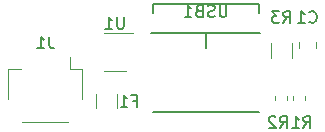
<source format=gbo>
G04 #@! TF.GenerationSoftware,KiCad,Pcbnew,(5.1.10)-1*
G04 #@! TF.CreationDate,2021-08-18T11:57:54+08:00*
G04 #@! TF.ProjectId,dboard,64626f61-7264-42e6-9b69-6361645f7063,rev?*
G04 #@! TF.SameCoordinates,Original*
G04 #@! TF.FileFunction,Legend,Bot*
G04 #@! TF.FilePolarity,Positive*
%FSLAX46Y46*%
G04 Gerber Fmt 4.6, Leading zero omitted, Abs format (unit mm)*
G04 Created by KiCad (PCBNEW (5.1.10)-1) date 2021-08-18 11:57:54*
%MOMM*%
%LPD*%
G01*
G04 APERTURE LIST*
%ADD10C,0.150000*%
%ADD11C,0.120000*%
G04 APERTURE END LIST*
D10*
X-4625000Y-2540000D02*
X4625000Y-2540000D01*
X-4475000Y-9200000D02*
X4475000Y-9200000D01*
X4480000Y-790000D02*
X4475000Y-30000D01*
X-4475000Y-30000D02*
X4475000Y-30000D01*
X-4475000Y-30000D02*
X-4480000Y-790000D01*
X0Y-2540000D02*
X0Y-3810000D01*
D11*
X-10490000Y-8065000D02*
X-10490000Y-5565000D01*
X-10490000Y-5565000D02*
X-11540000Y-5565000D01*
X-11540000Y-5565000D02*
X-11540000Y-4575000D01*
X-16710000Y-8065000D02*
X-16710000Y-5565000D01*
X-16710000Y-5565000D02*
X-15660000Y-5565000D01*
X-11660000Y-10035000D02*
X-15540000Y-10035000D01*
X-6800000Y-5710000D02*
X-8600000Y-5710000D01*
X-8600000Y-2490000D02*
X-6150000Y-2490000D01*
X7297500Y-3397936D02*
X7297500Y-4602064D01*
X5477500Y-3397936D02*
X5477500Y-4602064D01*
X6897500Y-7837221D02*
X6897500Y-8162779D01*
X5877500Y-7837221D02*
X5877500Y-8162779D01*
X8397500Y-7837221D02*
X8397500Y-8162779D01*
X7377500Y-7837221D02*
X7377500Y-8162779D01*
X-9310000Y-7697936D02*
X-9310000Y-8902064D01*
X-7490000Y-7697936D02*
X-7490000Y-8902064D01*
X7890000Y-3278922D02*
X7890000Y-3796078D01*
X9310000Y-3278922D02*
X9310000Y-3796078D01*
D10*
X1738095Y-142380D02*
X1738095Y-951904D01*
X1690476Y-1047142D01*
X1642857Y-1094761D01*
X1547619Y-1142380D01*
X1357142Y-1142380D01*
X1261904Y-1094761D01*
X1214285Y-1047142D01*
X1166666Y-951904D01*
X1166666Y-142380D01*
X738095Y-1094761D02*
X595238Y-1142380D01*
X357142Y-1142380D01*
X261904Y-1094761D01*
X214285Y-1047142D01*
X166666Y-951904D01*
X166666Y-856666D01*
X214285Y-761428D01*
X261904Y-713809D01*
X357142Y-666190D01*
X547619Y-618571D01*
X642857Y-570952D01*
X690476Y-523333D01*
X738095Y-428095D01*
X738095Y-332857D01*
X690476Y-237619D01*
X642857Y-190000D01*
X547619Y-142380D01*
X309523Y-142380D01*
X166666Y-190000D01*
X-595238Y-618571D02*
X-738095Y-666190D01*
X-785714Y-713809D01*
X-833333Y-809047D01*
X-833333Y-951904D01*
X-785714Y-1047142D01*
X-738095Y-1094761D01*
X-642857Y-1142380D01*
X-261904Y-1142380D01*
X-261904Y-142380D01*
X-595238Y-142380D01*
X-690476Y-190000D01*
X-738095Y-237619D01*
X-785714Y-332857D01*
X-785714Y-428095D01*
X-738095Y-523333D01*
X-690476Y-570952D01*
X-595238Y-618571D01*
X-261904Y-618571D01*
X-1785714Y-1142380D02*
X-1214285Y-1142380D01*
X-1500000Y-1142380D02*
X-1500000Y-142380D01*
X-1404761Y-285238D01*
X-1309523Y-380476D01*
X-1214285Y-428095D01*
X-13266666Y-2822380D02*
X-13266666Y-3536666D01*
X-13219047Y-3679523D01*
X-13123809Y-3774761D01*
X-12980952Y-3822380D01*
X-12885714Y-3822380D01*
X-14266666Y-3822380D02*
X-13695238Y-3822380D01*
X-13980952Y-3822380D02*
X-13980952Y-2822380D01*
X-13885714Y-2965238D01*
X-13790476Y-3060476D01*
X-13695238Y-3108095D01*
X-6938095Y-1152380D02*
X-6938095Y-1961904D01*
X-6985714Y-2057142D01*
X-7033333Y-2104761D01*
X-7128571Y-2152380D01*
X-7319047Y-2152380D01*
X-7414285Y-2104761D01*
X-7461904Y-2057142D01*
X-7509523Y-1961904D01*
X-7509523Y-1152380D01*
X-8509523Y-2152380D02*
X-7938095Y-2152380D01*
X-8223809Y-2152380D02*
X-8223809Y-1152380D01*
X-8128571Y-1295238D01*
X-8033333Y-1390476D01*
X-7938095Y-1438095D01*
X6566666Y-1652380D02*
X6900000Y-1176190D01*
X7138095Y-1652380D02*
X7138095Y-652380D01*
X6757142Y-652380D01*
X6661904Y-700000D01*
X6614285Y-747619D01*
X6566666Y-842857D01*
X6566666Y-985714D01*
X6614285Y-1080952D01*
X6661904Y-1128571D01*
X6757142Y-1176190D01*
X7138095Y-1176190D01*
X6233333Y-652380D02*
X5614285Y-652380D01*
X5947619Y-1033333D01*
X5804761Y-1033333D01*
X5709523Y-1080952D01*
X5661904Y-1128571D01*
X5614285Y-1223809D01*
X5614285Y-1461904D01*
X5661904Y-1557142D01*
X5709523Y-1604761D01*
X5804761Y-1652380D01*
X6090476Y-1652380D01*
X6185714Y-1604761D01*
X6233333Y-1557142D01*
X6266666Y-10552380D02*
X6600000Y-10076190D01*
X6838095Y-10552380D02*
X6838095Y-9552380D01*
X6457142Y-9552380D01*
X6361904Y-9600000D01*
X6314285Y-9647619D01*
X6266666Y-9742857D01*
X6266666Y-9885714D01*
X6314285Y-9980952D01*
X6361904Y-10028571D01*
X6457142Y-10076190D01*
X6838095Y-10076190D01*
X5885714Y-9647619D02*
X5838095Y-9600000D01*
X5742857Y-9552380D01*
X5504761Y-9552380D01*
X5409523Y-9600000D01*
X5361904Y-9647619D01*
X5314285Y-9742857D01*
X5314285Y-9838095D01*
X5361904Y-9980952D01*
X5933333Y-10552380D01*
X5314285Y-10552380D01*
X8266666Y-10552380D02*
X8600000Y-10076190D01*
X8838095Y-10552380D02*
X8838095Y-9552380D01*
X8457142Y-9552380D01*
X8361904Y-9600000D01*
X8314285Y-9647619D01*
X8266666Y-9742857D01*
X8266666Y-9885714D01*
X8314285Y-9980952D01*
X8361904Y-10028571D01*
X8457142Y-10076190D01*
X8838095Y-10076190D01*
X7314285Y-10552380D02*
X7885714Y-10552380D01*
X7600000Y-10552380D02*
X7600000Y-9552380D01*
X7695238Y-9695238D01*
X7790476Y-9790476D01*
X7885714Y-9838095D01*
X-6166666Y-8228571D02*
X-5833333Y-8228571D01*
X-5833333Y-8752380D02*
X-5833333Y-7752380D01*
X-6309523Y-7752380D01*
X-7214285Y-8752380D02*
X-6642857Y-8752380D01*
X-6928571Y-8752380D02*
X-6928571Y-7752380D01*
X-6833333Y-7895238D01*
X-6738095Y-7990476D01*
X-6642857Y-8038095D01*
X8766666Y-1557142D02*
X8814285Y-1604761D01*
X8957142Y-1652380D01*
X9052380Y-1652380D01*
X9195238Y-1604761D01*
X9290476Y-1509523D01*
X9338095Y-1414285D01*
X9385714Y-1223809D01*
X9385714Y-1080952D01*
X9338095Y-890476D01*
X9290476Y-795238D01*
X9195238Y-700000D01*
X9052380Y-652380D01*
X8957142Y-652380D01*
X8814285Y-700000D01*
X8766666Y-747619D01*
X7814285Y-1652380D02*
X8385714Y-1652380D01*
X8100000Y-1652380D02*
X8100000Y-652380D01*
X8195238Y-795238D01*
X8290476Y-890476D01*
X8385714Y-938095D01*
M02*

</source>
